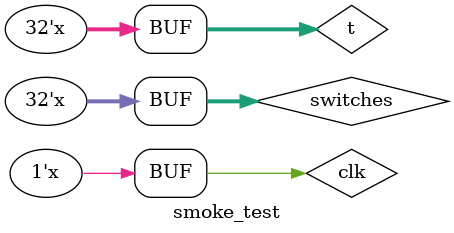
<source format=v>
module smoke_test();
	reg clk, nReset;
	reg [31:0] switches;
	wire [6:0] dt, dt2;
	wire [7:0] ds;
	wire [15:0]led;
	
	smoke smoke1(
		.clk(clk),
		.nReset(nReset),
		.switches(switches),
		.digital_tubes(dt),
		.digital_tubes2(dt2),
		.digital_sel(ds),
		.led(led)
	);
	
	
	integer t;
	
	initial begin
		t = 0;
		clk = 0;
		nReset = 0;
		switches = 32'h19071110;
	end

	always begin
		if(t === 10) nReset = 1;
		if(t%(1000*50000) === 0) switches = switches - 32'h10000;
		t = t+1;
		clk = ~clk;
		#10;
	end
	
	
endmodule

</source>
